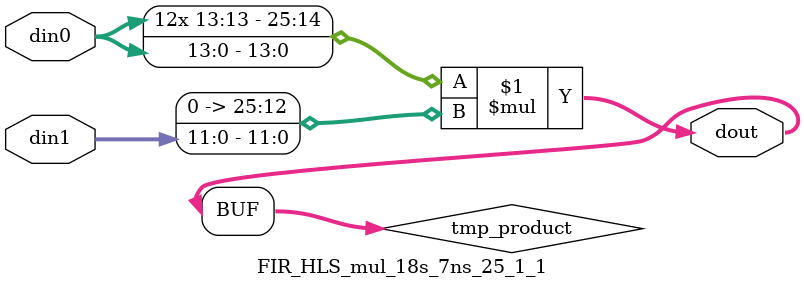
<source format=v>

`timescale 1 ns / 1 ps

 module FIR_HLS_mul_18s_7ns_25_1_1(din0, din1, dout);
parameter ID = 1;
parameter NUM_STAGE = 0;
parameter din0_WIDTH = 14;
parameter din1_WIDTH = 12;
parameter dout_WIDTH = 26;

input [din0_WIDTH - 1 : 0] din0; 
input [din1_WIDTH - 1 : 0] din1; 
output [dout_WIDTH - 1 : 0] dout;

wire signed [dout_WIDTH - 1 : 0] tmp_product;


























assign tmp_product = $signed(din0) * $signed({1'b0, din1});









assign dout = tmp_product;





















endmodule

</source>
